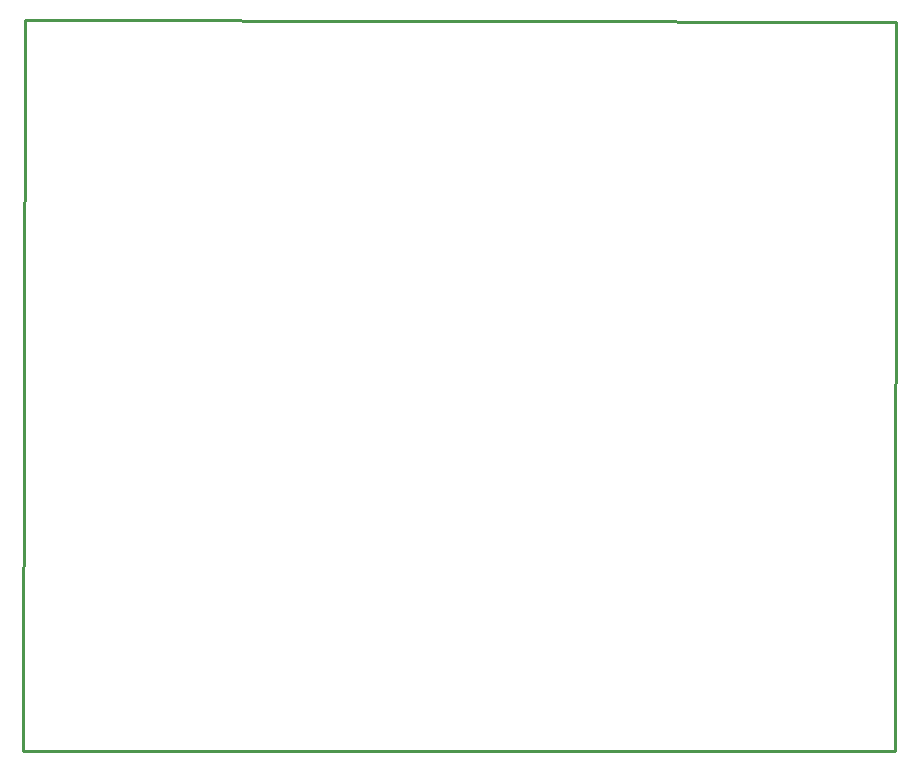
<source format=gko>
G04 Layer: BoardOutlineLayer*
G04 EasyEDA v6.5.5, 2022-06-07 18:50:17*
G04 7653fe5fde93489792365d8cfc8fd1ed,10*
G04 Gerber Generator version 0.2*
G04 Scale: 100 percent, Rotated: No, Reflected: No *
G04 Dimensions in millimeters *
G04 leading zeros omitted , absolute positions ,4 integer and 5 decimal *
%FSLAX45Y45*%
%MOMM*%

%ADD10C,0.2540*%
D10*
X711200Y5892800D02*
G01*
X8089900Y5880100D01*
X8075701Y-297484D01*
X698500Y-292684D01*
X711200Y5892800D01*

%LPD*%
M02*

</source>
